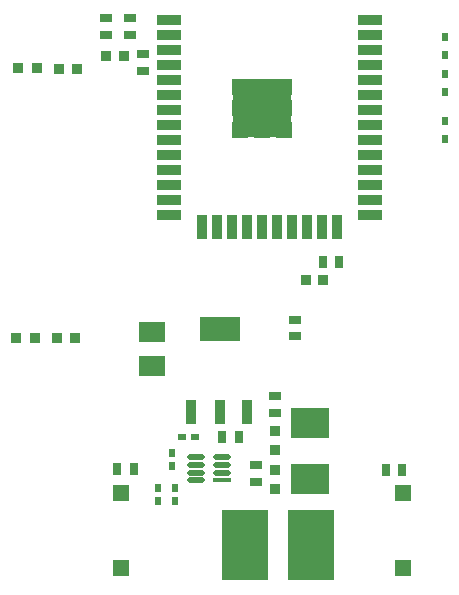
<source format=gtp>
G04*
G04 #@! TF.GenerationSoftware,Altium Limited,Altium Designer,24.6.1 (21)*
G04*
G04 Layer_Color=8421504*
%FSLAX42Y42*%
%MOMM*%
G71*
G04*
G04 #@! TF.SameCoordinates,A6C07601-EB4F-4E80-B680-5A307C7D7090*
G04*
G04*
G04 #@! TF.FilePolarity,Positive*
G04*
G01*
G75*
%ADD16R,0.60X0.80*%
%ADD17R,0.78X0.99*%
%ADD18R,0.90X0.95*%
%ADD19R,2.23X1.80*%
%ADD20R,0.95X0.95*%
%ADD21R,3.20X2.65*%
%ADD22R,5.00X5.00*%
%ADD23R,1.33X1.33*%
%ADD24R,2.00X0.90*%
%ADD25R,0.90X2.00*%
%ADD26R,0.95X2.00*%
%ADD27R,3.40X2.00*%
%ADD28R,1.40X1.35*%
%ADD29R,0.99X0.78*%
%ADD30R,4.00X6.00*%
G04:AMPARAMS|DCode=31|XSize=1.51mm|YSize=0.45mm|CornerRadius=0.23mm|HoleSize=0mm|Usage=FLASHONLY|Rotation=180.000|XOffset=0mm|YOffset=0mm|HoleType=Round|Shape=RoundedRectangle|*
%AMROUNDEDRECTD31*
21,1,1.51,0.00,0,0,180.0*
21,1,1.05,0.45,0,0,180.0*
1,1,0.45,-0.53,0.00*
1,1,0.45,0.53,0.00*
1,1,0.45,0.53,0.00*
1,1,0.45,-0.53,0.00*
%
%ADD31ROUNDEDRECTD31*%
%ADD32R,1.51X0.45*%
%ADD33R,0.95X0.90*%
%ADD34R,0.60X0.70*%
%ADD35R,0.70X0.60*%
D16*
X3874Y4661D02*
D03*
Y4508D02*
D03*
Y4343D02*
D03*
Y4191D02*
D03*
Y3797D02*
D03*
Y3950D02*
D03*
D17*
X2981Y2758D02*
D03*
X2841D02*
D03*
X3372Y991D02*
D03*
X3512D02*
D03*
X1098Y1003D02*
D03*
X1238D02*
D03*
X2127Y1270D02*
D03*
X1987D02*
D03*
D18*
X2844Y2603D02*
D03*
X2694D02*
D03*
X405Y2113D02*
D03*
X245D02*
D03*
X1155Y4496D02*
D03*
X1005D02*
D03*
X423Y4394D02*
D03*
X263D02*
D03*
D19*
X1397Y1873D02*
D03*
Y2165D02*
D03*
D20*
X743Y2113D02*
D03*
X593D02*
D03*
X611Y4392D02*
D03*
X761D02*
D03*
D21*
X2731Y1391D02*
D03*
Y921D02*
D03*
D22*
X2326Y4056D02*
D03*
D23*
X2509D02*
D03*
X2326Y4239D02*
D03*
X2142Y4056D02*
D03*
Y4239D02*
D03*
X2509D02*
D03*
X2326Y3872D02*
D03*
X2142D02*
D03*
X2509D02*
D03*
D24*
X1538Y4806D02*
D03*
Y4679D02*
D03*
Y4552D02*
D03*
Y4425D02*
D03*
Y4298D02*
D03*
Y4171D02*
D03*
Y4044D02*
D03*
Y3917D02*
D03*
Y3790D02*
D03*
Y3663D02*
D03*
Y3536D02*
D03*
Y3409D02*
D03*
Y3282D02*
D03*
Y3155D02*
D03*
X3238D02*
D03*
Y3282D02*
D03*
Y3409D02*
D03*
Y3536D02*
D03*
Y3663D02*
D03*
Y3790D02*
D03*
Y3917D02*
D03*
Y4044D02*
D03*
Y4171D02*
D03*
Y4298D02*
D03*
Y4425D02*
D03*
Y4552D02*
D03*
Y4679D02*
D03*
Y4806D02*
D03*
D25*
X1816Y3055D02*
D03*
X1943D02*
D03*
X2070D02*
D03*
X2197D02*
D03*
X2324D02*
D03*
X2451D02*
D03*
X2578D02*
D03*
X2705D02*
D03*
X2832D02*
D03*
X2959D02*
D03*
D26*
X1727Y1486D02*
D03*
X1968D02*
D03*
X2197D02*
D03*
D27*
X1968Y2184D02*
D03*
D28*
X3518Y165D02*
D03*
Y800D02*
D03*
X1130D02*
D03*
Y165D02*
D03*
D29*
X2603Y2127D02*
D03*
Y2267D02*
D03*
X1321Y4375D02*
D03*
Y4515D02*
D03*
X2438Y1479D02*
D03*
Y1619D02*
D03*
X2273Y895D02*
D03*
Y1035D02*
D03*
X1003Y4820D02*
D03*
Y4680D02*
D03*
X1206Y4820D02*
D03*
Y4680D02*
D03*
D30*
X2743Y356D02*
D03*
X2184D02*
D03*
D31*
X1770Y906D02*
D03*
Y971D02*
D03*
Y1036D02*
D03*
Y1101D02*
D03*
X1990D02*
D03*
Y1036D02*
D03*
Y971D02*
D03*
D32*
Y906D02*
D03*
D33*
X2438Y1325D02*
D03*
Y1165D02*
D03*
Y994D02*
D03*
Y834D02*
D03*
D34*
X1588Y842D02*
D03*
Y732D02*
D03*
X1562Y1135D02*
D03*
Y1024D02*
D03*
X1448Y842D02*
D03*
Y732D02*
D03*
D35*
X1647Y1270D02*
D03*
X1757D02*
D03*
M02*

</source>
